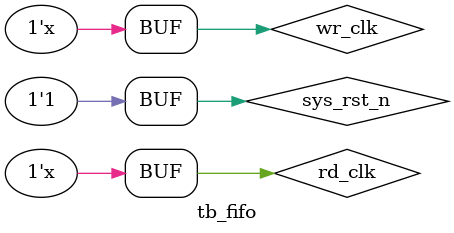
<source format=v>
`timescale  1ns/1ns
module  tb_fifo();

reg             wr_clk     ;
reg             wr_req     ;
reg     [7:0]   wr_data    ;
reg             rd_clk     ;
reg             rd_req     ;
                         
wire            wr_full    ;
wire            wr_empty   ;
wire    [8:0]   wr_usedw   ;
wire            rd_full    ;
wire            rd_empty   ;
wire    [7:0]   rd_usedw   ;
wire    [15:0]  rd_data    ;

reg             sys_rst_n  ;

initial begin

    wr_clk = 1'b1;
    rd_clk = 1'b1;
    sys_rst_n <= 1'b0;
    #20
    sys_rst_n <= 1'b1;

end

always #10  wr_clk = ~wr_clk;
always #20  rd_clk = ~rd_clk;

reg     [1:0]   cnt;

reg            wrfull_reg0    ;
reg            wrfull_reg1    ;


always@(posedge wr_clk or negedge sys_rst_n)
    if(sys_rst_n == 1'b0)
        cnt <= 2'd0;
    else    if(cnt == 2'd3)
        cnt <= 2'd0;
    else
        cnt <= cnt + 1'b1;
        
always@(posedge wr_clk or negedge sys_rst_n)
    if(sys_rst_n == 1'b0)        
        wr_req <= 1'b0;
    else    if(cnt == 2'd0 && rd_req == 1'b0)
        wr_req <= 1'b1;
    else
        wr_req <= 1'b0;
        
always@(posedge wr_clk or negedge sys_rst_n)
    if(sys_rst_n == 1'b0)          
        wr_data <= 8'd0;
    else    if(wr_data == 8'd255 && wr_req == 1'b1)
        wr_data <= 8'd0;
    else    if(wr_req == 1'b1)
        wr_data <= wr_data + 1'b1;

always@(posedge rd_clk or negedge sys_rst_n)
    if(sys_rst_n == 1'b0)  
        begin
            wrfull_reg0 <= 1'b0;
            wrfull_reg1 <= 1'b0;
           
        end
    else
        begin
            wrfull_reg0 <= wr_full    ;
            wrfull_reg1 <= wrfull_reg0;
            
        end
        
always@(posedge rd_clk or negedge sys_rst_n)
    if(sys_rst_n == 1'b0)    
        rd_req <= 1'b0;
    else    if(rd_empty == 1'b1)
        rd_req <= 1'b0;
    else    if(wrfull_reg1 == 1'b1)
        rd_req <= 1'b1;
        


  
fifo  fifo_inst
(
    .wr_clk      (wr_clk  ),
    .wr_req      (wr_req  ),
    .wr_data     (wr_data ),
    .rd_clk      (rd_clk  ),
    .rd_req      (rd_req  ),
   
    .wr_full     (wr_full ),
    .wr_empty    (wr_empty),
    .wr_usedw    (wr_usedw),
    .rd_full     (rd_full ),
    .rd_empty    (rd_empty),
    .rd_usedw    (rd_usedw),
    .rd_data     (rd_data )


);


endmodule
</source>
